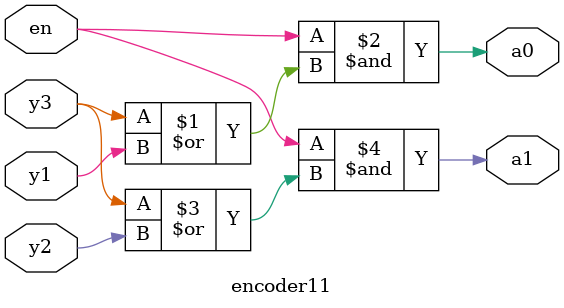
<source format=v>
module encoder11 (y1,y2,y3,a0,a1,en);
    input y1,y2,y3,en;
    output a0,a1;

    assign a0 = en & (y3 | y1);
    assign a1 = en & (y3 | y2);

endmodule
</source>
